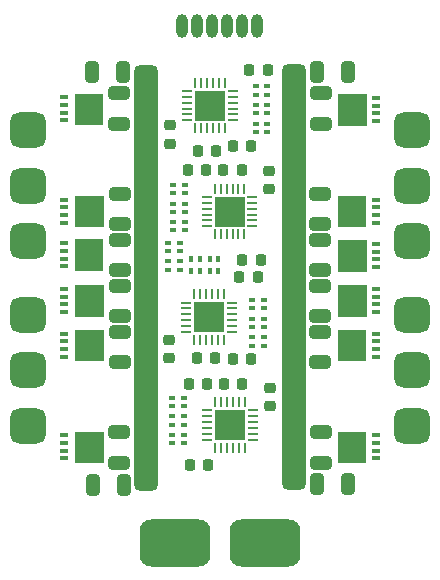
<source format=gbr>
%TF.GenerationSoftware,KiCad,Pcbnew,7.0.2*%
%TF.CreationDate,2023-05-24T20:20:14+03:00*%
%TF.ProjectId,Slimmeri_GD32,536c696d-6d65-4726-995f-474433322e6b,rev?*%
%TF.SameCoordinates,Original*%
%TF.FileFunction,Soldermask,Bot*%
%TF.FilePolarity,Negative*%
%FSLAX46Y46*%
G04 Gerber Fmt 4.6, Leading zero omitted, Abs format (unit mm)*
G04 Created by KiCad (PCBNEW 7.0.2) date 2023-05-24 20:20:14*
%MOMM*%
%LPD*%
G01*
G04 APERTURE LIST*
G04 Aperture macros list*
%AMRoundRect*
0 Rectangle with rounded corners*
0 $1 Rounding radius*
0 $2 $3 $4 $5 $6 $7 $8 $9 X,Y pos of 4 corners*
0 Add a 4 corners polygon primitive as box body*
4,1,4,$2,$3,$4,$5,$6,$7,$8,$9,$2,$3,0*
0 Add four circle primitives for the rounded corners*
1,1,$1+$1,$2,$3*
1,1,$1+$1,$4,$5*
1,1,$1+$1,$6,$7*
1,1,$1+$1,$8,$9*
0 Add four rect primitives between the rounded corners*
20,1,$1+$1,$2,$3,$4,$5,0*
20,1,$1+$1,$4,$5,$6,$7,0*
20,1,$1+$1,$6,$7,$8,$9,0*
20,1,$1+$1,$8,$9,$2,$3,0*%
G04 Aperture macros list end*
%ADD10C,0.010000*%
%ADD11O,1.000000X2.000000*%
%ADD12C,1.000000*%
%ADD13RoundRect,0.750000X-0.750000X0.750000X-0.750000X-0.750000X0.750000X-0.750000X0.750000X0.750000X0*%
%ADD14RoundRect,0.750000X0.750000X-0.750000X0.750000X0.750000X-0.750000X0.750000X-0.750000X-0.750000X0*%
%ADD15RoundRect,1.000000X-2.000000X-1.000000X2.000000X-1.000000X2.000000X1.000000X-2.000000X1.000000X0*%
%ADD16R,0.500000X0.400000*%
%ADD17R,0.400000X0.500000*%
%ADD18RoundRect,0.225000X-0.225000X-0.250000X0.225000X-0.250000X0.225000X0.250000X-0.225000X0.250000X0*%
%ADD19RoundRect,0.250000X0.650000X-0.325000X0.650000X0.325000X-0.650000X0.325000X-0.650000X-0.325000X0*%
%ADD20RoundRect,0.225000X0.225000X0.250000X-0.225000X0.250000X-0.225000X-0.250000X0.225000X-0.250000X0*%
%ADD21R,0.700000X0.420000*%
%ADD22RoundRect,0.225000X0.250000X-0.225000X0.250000X0.225000X-0.250000X0.225000X-0.250000X-0.225000X0*%
%ADD23R,2.600000X2.600000*%
%ADD24RoundRect,0.062500X0.350000X-0.062500X0.350000X0.062500X-0.350000X0.062500X-0.350000X-0.062500X0*%
%ADD25RoundRect,0.062500X0.062500X-0.350000X0.062500X0.350000X-0.062500X0.350000X-0.062500X-0.350000X0*%
%ADD26RoundRect,0.062500X-0.350000X0.062500X-0.350000X-0.062500X0.350000X-0.062500X0.350000X0.062500X0*%
%ADD27RoundRect,0.062500X-0.062500X0.350000X-0.062500X-0.350000X0.062500X-0.350000X0.062500X0.350000X0*%
%ADD28RoundRect,0.250000X-0.325000X-0.650000X0.325000X-0.650000X0.325000X0.650000X-0.325000X0.650000X0*%
%ADD29RoundRect,0.250000X-0.650000X0.325000X-0.650000X-0.325000X0.650000X-0.325000X0.650000X0.325000X0*%
%ADD30RoundRect,0.225000X-0.250000X0.225000X-0.250000X-0.225000X0.250000X-0.225000X0.250000X0.225000X0*%
%ADD31RoundRect,0.434782X0.565218X17.565218X-0.565218X17.565218X-0.565218X-17.565218X0.565218X-17.565218X0*%
%ADD32RoundRect,0.250000X0.325000X0.650000X-0.325000X0.650000X-0.325000X-0.650000X0.325000X-0.650000X0*%
G04 APERTURE END LIST*
%TO.C,Q15*%
D10*
X147787500Y-70635000D02*
X145437500Y-70635000D01*
X145437500Y-70015000D01*
X145887500Y-70015000D01*
X145887500Y-69985000D01*
X145437500Y-69985000D01*
X145437500Y-69365000D01*
X145887500Y-69365000D01*
X145887500Y-69335000D01*
X145437500Y-69335000D01*
X145437500Y-68715000D01*
X145887500Y-68715000D01*
X145887500Y-68685000D01*
X145437500Y-68685000D01*
X145437500Y-68065000D01*
X147787500Y-68065000D01*
X147787500Y-70635000D01*
G36*
X147787500Y-70635000D02*
G01*
X145437500Y-70635000D01*
X145437500Y-70015000D01*
X145887500Y-70015000D01*
X145887500Y-69985000D01*
X145437500Y-69985000D01*
X145437500Y-69365000D01*
X145887500Y-69365000D01*
X145887500Y-69335000D01*
X145437500Y-69335000D01*
X145437500Y-68715000D01*
X145887500Y-68715000D01*
X145887500Y-68685000D01*
X145437500Y-68685000D01*
X145437500Y-68065000D01*
X147787500Y-68065000D01*
X147787500Y-70635000D01*
G37*
%TO.C,Q21*%
X147800000Y-81985000D02*
X145450000Y-81985000D01*
X145450000Y-81365000D01*
X145900000Y-81365000D01*
X145900000Y-81335000D01*
X145450000Y-81335000D01*
X145450000Y-80715000D01*
X145900000Y-80715000D01*
X145900000Y-80685000D01*
X145450000Y-80685000D01*
X145450000Y-80065000D01*
X145900000Y-80065000D01*
X145900000Y-80035000D01*
X145450000Y-80035000D01*
X145450000Y-79415000D01*
X147800000Y-79415000D01*
X147800000Y-81985000D01*
G36*
X147800000Y-81985000D02*
G01*
X145450000Y-81985000D01*
X145450000Y-81365000D01*
X145900000Y-81365000D01*
X145900000Y-81335000D01*
X145450000Y-81335000D01*
X145450000Y-80715000D01*
X145900000Y-80715000D01*
X145900000Y-80685000D01*
X145450000Y-80685000D01*
X145450000Y-80065000D01*
X145900000Y-80065000D01*
X145900000Y-80035000D01*
X145450000Y-80035000D01*
X145450000Y-79415000D01*
X147800000Y-79415000D01*
X147800000Y-81985000D01*
G37*
%TO.C,Q23*%
X147812500Y-78185000D02*
X145462500Y-78185000D01*
X145462500Y-77565000D01*
X145912500Y-77565000D01*
X145912500Y-77535000D01*
X145462500Y-77535000D01*
X145462500Y-76915000D01*
X145912500Y-76915000D01*
X145912500Y-76885000D01*
X145462500Y-76885000D01*
X145462500Y-76265000D01*
X145912500Y-76265000D01*
X145912500Y-76235000D01*
X145462500Y-76235000D01*
X145462500Y-75615000D01*
X147812500Y-75615000D01*
X147812500Y-78185000D01*
G36*
X147812500Y-78185000D02*
G01*
X145462500Y-78185000D01*
X145462500Y-77565000D01*
X145912500Y-77565000D01*
X145912500Y-77535000D01*
X145462500Y-77535000D01*
X145462500Y-76915000D01*
X145912500Y-76915000D01*
X145912500Y-76885000D01*
X145462500Y-76885000D01*
X145462500Y-76265000D01*
X145912500Y-76265000D01*
X145912500Y-76235000D01*
X145462500Y-76235000D01*
X145462500Y-75615000D01*
X147812500Y-75615000D01*
X147812500Y-78185000D01*
G37*
%TO.C,Q13*%
X147812500Y-74385000D02*
X145462500Y-74385000D01*
X145462500Y-73765000D01*
X145912500Y-73765000D01*
X145912500Y-73735000D01*
X145462500Y-73735000D01*
X145462500Y-73115000D01*
X145912500Y-73115000D01*
X145912500Y-73085000D01*
X145462500Y-73085000D01*
X145462500Y-72465000D01*
X145912500Y-72465000D01*
X145912500Y-72435000D01*
X145462500Y-72435000D01*
X145462500Y-71815000D01*
X147812500Y-71815000D01*
X147812500Y-74385000D01*
G36*
X147812500Y-74385000D02*
G01*
X145462500Y-74385000D01*
X145462500Y-73765000D01*
X145912500Y-73765000D01*
X145912500Y-73735000D01*
X145462500Y-73735000D01*
X145462500Y-73115000D01*
X145912500Y-73115000D01*
X145912500Y-73085000D01*
X145462500Y-73085000D01*
X145462500Y-72465000D01*
X145912500Y-72465000D01*
X145912500Y-72435000D01*
X145462500Y-72435000D01*
X145462500Y-71815000D01*
X147812500Y-71815000D01*
X147812500Y-74385000D01*
G37*
%TO.C,Q3*%
X125550000Y-80035000D02*
X125100000Y-80035000D01*
X125100000Y-80065000D01*
X125550000Y-80065000D01*
X125550000Y-80685000D01*
X125100000Y-80685000D01*
X125100000Y-80715000D01*
X125550000Y-80715000D01*
X125550000Y-81335000D01*
X125100000Y-81335000D01*
X125100000Y-81365000D01*
X125550000Y-81365000D01*
X125550000Y-81985000D01*
X123200000Y-81985000D01*
X123200000Y-79415000D01*
X125550000Y-79415000D01*
X125550000Y-80035000D01*
G36*
X125550000Y-80035000D02*
G01*
X125100000Y-80035000D01*
X125100000Y-80065000D01*
X125550000Y-80065000D01*
X125550000Y-80685000D01*
X125100000Y-80685000D01*
X125100000Y-80715000D01*
X125550000Y-80715000D01*
X125550000Y-81335000D01*
X125100000Y-81335000D01*
X125100000Y-81365000D01*
X125550000Y-81365000D01*
X125550000Y-81985000D01*
X123200000Y-81985000D01*
X123200000Y-79415000D01*
X125550000Y-79415000D01*
X125550000Y-80035000D01*
G37*
%TO.C,Q11*%
X125537500Y-72360000D02*
X125087500Y-72360000D01*
X125087500Y-72390000D01*
X125537500Y-72390000D01*
X125537500Y-73010000D01*
X125087500Y-73010000D01*
X125087500Y-73040000D01*
X125537500Y-73040000D01*
X125537500Y-73660000D01*
X125087500Y-73660000D01*
X125087500Y-73690000D01*
X125537500Y-73690000D01*
X125537500Y-74310000D01*
X123187500Y-74310000D01*
X123187500Y-71740000D01*
X125537500Y-71740000D01*
X125537500Y-72360000D01*
G36*
X125537500Y-72360000D02*
G01*
X125087500Y-72360000D01*
X125087500Y-72390000D01*
X125537500Y-72390000D01*
X125537500Y-73010000D01*
X125087500Y-73010000D01*
X125087500Y-73040000D01*
X125537500Y-73040000D01*
X125537500Y-73660000D01*
X125087500Y-73660000D01*
X125087500Y-73690000D01*
X125537500Y-73690000D01*
X125537500Y-74310000D01*
X123187500Y-74310000D01*
X123187500Y-71740000D01*
X125537500Y-71740000D01*
X125537500Y-72360000D01*
G37*
%TO.C,Q9*%
X125550000Y-68685000D02*
X125100000Y-68685000D01*
X125100000Y-68715000D01*
X125550000Y-68715000D01*
X125550000Y-69335000D01*
X125100000Y-69335000D01*
X125100000Y-69365000D01*
X125550000Y-69365000D01*
X125550000Y-69985000D01*
X125100000Y-69985000D01*
X125100000Y-70015000D01*
X125550000Y-70015000D01*
X125550000Y-70635000D01*
X123200000Y-70635000D01*
X123200000Y-68065000D01*
X125550000Y-68065000D01*
X125550000Y-68685000D01*
G36*
X125550000Y-68685000D02*
G01*
X125100000Y-68685000D01*
X125100000Y-68715000D01*
X125550000Y-68715000D01*
X125550000Y-69335000D01*
X125100000Y-69335000D01*
X125100000Y-69365000D01*
X125550000Y-69365000D01*
X125550000Y-69985000D01*
X125100000Y-69985000D01*
X125100000Y-70015000D01*
X125550000Y-70015000D01*
X125550000Y-70635000D01*
X123200000Y-70635000D01*
X123200000Y-68065000D01*
X125550000Y-68065000D01*
X125550000Y-68685000D01*
G37*
%TO.C,Q2*%
X125550000Y-76235000D02*
X125100000Y-76235000D01*
X125100000Y-76265000D01*
X125550000Y-76265000D01*
X125550000Y-76885000D01*
X125100000Y-76885000D01*
X125100000Y-76915000D01*
X125550000Y-76915000D01*
X125550000Y-77535000D01*
X125100000Y-77535000D01*
X125100000Y-77565000D01*
X125550000Y-77565000D01*
X125550000Y-78185000D01*
X123200000Y-78185000D01*
X123200000Y-75615000D01*
X125550000Y-75615000D01*
X125550000Y-76235000D01*
G36*
X125550000Y-76235000D02*
G01*
X125100000Y-76235000D01*
X125100000Y-76265000D01*
X125550000Y-76265000D01*
X125550000Y-76885000D01*
X125100000Y-76885000D01*
X125100000Y-76915000D01*
X125550000Y-76915000D01*
X125550000Y-77535000D01*
X125100000Y-77535000D01*
X125100000Y-77565000D01*
X125550000Y-77565000D01*
X125550000Y-78185000D01*
X123200000Y-78185000D01*
X123200000Y-75615000D01*
X125550000Y-75615000D01*
X125550000Y-76235000D01*
G37*
%TO.C,Q5*%
X125550000Y-88635000D02*
X125100000Y-88635000D01*
X125100000Y-88665000D01*
X125550000Y-88665000D01*
X125550000Y-89285000D01*
X125100000Y-89285000D01*
X125100000Y-89315000D01*
X125550000Y-89315000D01*
X125550000Y-89935000D01*
X125100000Y-89935000D01*
X125100000Y-89965000D01*
X125550000Y-89965000D01*
X125550000Y-90585000D01*
X123200000Y-90585000D01*
X123200000Y-88015000D01*
X125550000Y-88015000D01*
X125550000Y-88635000D01*
G36*
X125550000Y-88635000D02*
G01*
X125100000Y-88635000D01*
X125100000Y-88665000D01*
X125550000Y-88665000D01*
X125550000Y-89285000D01*
X125100000Y-89285000D01*
X125100000Y-89315000D01*
X125550000Y-89315000D01*
X125550000Y-89935000D01*
X125100000Y-89935000D01*
X125100000Y-89965000D01*
X125550000Y-89965000D01*
X125550000Y-90585000D01*
X123200000Y-90585000D01*
X123200000Y-88015000D01*
X125550000Y-88015000D01*
X125550000Y-88635000D01*
G37*
%TO.C,Q19*%
X147787500Y-90585000D02*
X145437500Y-90585000D01*
X145437500Y-89965000D01*
X145887500Y-89965000D01*
X145887500Y-89935000D01*
X145437500Y-89935000D01*
X145437500Y-89315000D01*
X145887500Y-89315000D01*
X145887500Y-89285000D01*
X145437500Y-89285000D01*
X145437500Y-88665000D01*
X145887500Y-88665000D01*
X145887500Y-88635000D01*
X145437500Y-88635000D01*
X145437500Y-88015000D01*
X147787500Y-88015000D01*
X147787500Y-90585000D01*
G36*
X147787500Y-90585000D02*
G01*
X145437500Y-90585000D01*
X145437500Y-89965000D01*
X145887500Y-89965000D01*
X145887500Y-89935000D01*
X145437500Y-89935000D01*
X145437500Y-89315000D01*
X145887500Y-89315000D01*
X145887500Y-89285000D01*
X145437500Y-89285000D01*
X145437500Y-88665000D01*
X145887500Y-88665000D01*
X145887500Y-88635000D01*
X145437500Y-88635000D01*
X145437500Y-88015000D01*
X147787500Y-88015000D01*
X147787500Y-90585000D01*
G37*
%TO.C,Q17*%
X147837500Y-62010000D02*
X145487500Y-62010000D01*
X145487500Y-61390000D01*
X145937500Y-61390000D01*
X145937500Y-61360000D01*
X145487500Y-61360000D01*
X145487500Y-60740000D01*
X145937500Y-60740000D01*
X145937500Y-60710000D01*
X145487500Y-60710000D01*
X145487500Y-60090000D01*
X145937500Y-60090000D01*
X145937500Y-60060000D01*
X145487500Y-60060000D01*
X145487500Y-59440000D01*
X147837500Y-59440000D01*
X147837500Y-62010000D01*
G36*
X147837500Y-62010000D02*
G01*
X145487500Y-62010000D01*
X145487500Y-61390000D01*
X145937500Y-61390000D01*
X145937500Y-61360000D01*
X145487500Y-61360000D01*
X145487500Y-60740000D01*
X145937500Y-60740000D01*
X145937500Y-60710000D01*
X145487500Y-60710000D01*
X145487500Y-60090000D01*
X145937500Y-60090000D01*
X145937500Y-60060000D01*
X145487500Y-60060000D01*
X145487500Y-59440000D01*
X147837500Y-59440000D01*
X147837500Y-62010000D01*
G37*
%TO.C,Q7*%
X125525000Y-60010000D02*
X125075000Y-60010000D01*
X125075000Y-60040000D01*
X125525000Y-60040000D01*
X125525000Y-60660000D01*
X125075000Y-60660000D01*
X125075000Y-60690000D01*
X125525000Y-60690000D01*
X125525000Y-61310000D01*
X125075000Y-61310000D01*
X125075000Y-61340000D01*
X125525000Y-61340000D01*
X125525000Y-61960000D01*
X123175000Y-61960000D01*
X123175000Y-59390000D01*
X125525000Y-59390000D01*
X125525000Y-60010000D01*
G36*
X125525000Y-60010000D02*
G01*
X125075000Y-60010000D01*
X125075000Y-60040000D01*
X125525000Y-60040000D01*
X125525000Y-60660000D01*
X125075000Y-60660000D01*
X125075000Y-60690000D01*
X125525000Y-60690000D01*
X125525000Y-61310000D01*
X125075000Y-61310000D01*
X125075000Y-61340000D01*
X125525000Y-61340000D01*
X125525000Y-61960000D01*
X123175000Y-61960000D01*
X123175000Y-59390000D01*
X125525000Y-59390000D01*
X125525000Y-60010000D01*
G37*
%TD*%
D11*
%TO.C,J13*%
X138590000Y-53637500D03*
X137320000Y-53637500D03*
X136050000Y-53637500D03*
X134780000Y-53637500D03*
X133510000Y-53637500D03*
X132240000Y-53637500D03*
%TD*%
D12*
%TO.C,J7*%
X151000000Y-72650000D03*
X152500000Y-72650000D03*
D13*
X151750000Y-71900000D03*
D12*
X151000000Y-71150000D03*
X152500000Y-71150000D03*
%TD*%
%TO.C,J4*%
X118500000Y-63250000D03*
X120000000Y-63250000D03*
D13*
X119250000Y-62500000D03*
D12*
X118500000Y-61750000D03*
X120000000Y-61750000D03*
%TD*%
%TO.C,J8*%
X151000000Y-67950000D03*
X152500000Y-67950000D03*
D13*
X151750000Y-67200000D03*
D12*
X151000000Y-66450000D03*
X152500000Y-66450000D03*
%TD*%
%TO.C,J12*%
X152500000Y-77350000D03*
X151000000Y-77350000D03*
D14*
X151750000Y-78100000D03*
D12*
X152500000Y-78850000D03*
X151000000Y-78850000D03*
%TD*%
D15*
%TO.C,TP14*%
X139300000Y-97400000D03*
%TD*%
D12*
%TO.C,J5*%
X118500000Y-67950000D03*
X120000000Y-67950000D03*
D13*
X119250000Y-67200000D03*
D12*
X118500000Y-66450000D03*
X120000000Y-66450000D03*
%TD*%
%TO.C,J9*%
X151000000Y-63250000D03*
X152500000Y-63250000D03*
D13*
X151750000Y-62500000D03*
D12*
X151000000Y-61750000D03*
X152500000Y-61750000D03*
%TD*%
D16*
%TO.C,RN16*%
X131100000Y-73600000D03*
X131100000Y-74300000D03*
X132100000Y-74300000D03*
X132100000Y-73600000D03*
%TD*%
D12*
%TO.C,J11*%
X152500000Y-82050000D03*
X151000000Y-82050000D03*
D14*
X151750000Y-82800000D03*
D12*
X152500000Y-83550000D03*
X151000000Y-83550000D03*
%TD*%
D16*
%TO.C,RN15*%
X131100000Y-72000000D03*
X131100000Y-72700000D03*
X132100000Y-72700000D03*
X132100000Y-72000000D03*
%TD*%
D17*
%TO.C,RN13*%
X134650000Y-74425000D03*
X135350000Y-74425000D03*
X135350000Y-73425000D03*
X134650000Y-73425000D03*
%TD*%
%TO.C,RN12*%
X133075000Y-74425000D03*
X133775000Y-74425000D03*
X133775000Y-73425000D03*
X133075000Y-73425000D03*
%TD*%
D15*
%TO.C,TP13*%
X131700000Y-97400000D03*
%TD*%
D12*
%TO.C,J1*%
X120000000Y-77350000D03*
X118500000Y-77350000D03*
D14*
X119250000Y-78100000D03*
D12*
X120000000Y-78850000D03*
X118500000Y-78850000D03*
%TD*%
%TO.C,J10*%
X152500000Y-86750000D03*
X151000000Y-86750000D03*
D14*
X151750000Y-87500000D03*
D12*
X152500000Y-88250000D03*
X151000000Y-88250000D03*
%TD*%
D16*
%TO.C,RN17*%
X138500000Y-61925000D03*
X138500000Y-62625000D03*
X139500000Y-62625000D03*
X139500000Y-61925000D03*
%TD*%
D12*
%TO.C,J2*%
X120000000Y-82050000D03*
X118500000Y-82050000D03*
D14*
X119250000Y-82800000D03*
D12*
X120000000Y-83550000D03*
X118500000Y-83550000D03*
%TD*%
%TO.C,J6*%
X118500000Y-72650000D03*
X120000000Y-72650000D03*
D13*
X119250000Y-71900000D03*
D12*
X118500000Y-71150000D03*
X120000000Y-71150000D03*
%TD*%
%TO.C,J3*%
X120000000Y-86750000D03*
X118500000Y-86750000D03*
D14*
X119250000Y-87500000D03*
D12*
X120000000Y-88250000D03*
X118500000Y-88250000D03*
%TD*%
D18*
%TO.C,C12*%
X137325000Y-65875000D03*
X135775000Y-65875000D03*
%TD*%
D19*
%TO.C,C45*%
X143975000Y-75650000D03*
X143975000Y-78250000D03*
%TD*%
D16*
%TO.C,RN11*%
X132525000Y-70975000D03*
X132525000Y-70275000D03*
X131525000Y-70275000D03*
X131525000Y-70975000D03*
%TD*%
D20*
%TO.C,C11*%
X132950000Y-90825000D03*
X134500000Y-90825000D03*
%TD*%
D21*
%TO.C,Q15*%
X148687500Y-70325000D03*
X148687500Y-69675000D03*
X148687500Y-69025000D03*
X148687500Y-68375000D03*
%TD*%
D22*
%TO.C,C26*%
X131199503Y-80250000D03*
X131199503Y-81800000D03*
%TD*%
D20*
%TO.C,C21*%
X136600000Y-63825000D03*
X138150000Y-63825000D03*
%TD*%
D23*
%TO.C,U2*%
X136350000Y-87450000D03*
D24*
X138287500Y-88700000D03*
X138287500Y-88200000D03*
X138287500Y-87700000D03*
X138287500Y-87200000D03*
X138287500Y-86700000D03*
X138287500Y-86200000D03*
D25*
X137600000Y-85512500D03*
X137100000Y-85512500D03*
X136600000Y-85512500D03*
X136100000Y-85512500D03*
X135600000Y-85512500D03*
X135100000Y-85512500D03*
D24*
X134412500Y-86200000D03*
X134412500Y-86700000D03*
X134412500Y-87200000D03*
X134412500Y-87700000D03*
X134412500Y-88200000D03*
X134412500Y-88700000D03*
D25*
X135100000Y-89387500D03*
X135600000Y-89387500D03*
X136100000Y-89387500D03*
X136600000Y-89387500D03*
X137100000Y-89387500D03*
X137600000Y-89387500D03*
%TD*%
D23*
%TO.C,U8*%
X134550000Y-78325000D03*
D26*
X132612500Y-77075000D03*
X132612500Y-77575000D03*
X132612500Y-78075000D03*
X132612500Y-78575000D03*
X132612500Y-79075000D03*
X132612500Y-79575000D03*
D27*
X133300000Y-80262500D03*
X133800000Y-80262500D03*
X134300000Y-80262500D03*
X134800000Y-80262500D03*
X135300000Y-80262500D03*
X135800000Y-80262500D03*
D26*
X136487500Y-79575000D03*
X136487500Y-79075000D03*
X136487500Y-78575000D03*
X136487500Y-78075000D03*
X136487500Y-77575000D03*
X136487500Y-77075000D03*
D27*
X135800000Y-76387500D03*
X135300000Y-76387500D03*
X134800000Y-76387500D03*
X134300000Y-76387500D03*
X133800000Y-76387500D03*
X133300000Y-76387500D03*
%TD*%
D16*
%TO.C,RN3*%
X132450000Y-89000000D03*
X132450000Y-88300000D03*
X131450000Y-88300000D03*
X131450000Y-89000000D03*
%TD*%
D20*
%TO.C,C28*%
X136549503Y-81900000D03*
X138099503Y-81900000D03*
%TD*%
D21*
%TO.C,Q21*%
X148700000Y-81675000D03*
X148700000Y-81025000D03*
X148700000Y-80375000D03*
X148700000Y-79725000D03*
%TD*%
%TO.C,Q23*%
X148712500Y-77875000D03*
X148712500Y-77225000D03*
X148712500Y-76575000D03*
X148712500Y-75925000D03*
%TD*%
D28*
%TO.C,C37*%
X127250000Y-57550000D03*
X124650000Y-57550000D03*
%TD*%
%TO.C,C67*%
X127375000Y-92525000D03*
X124775000Y-92525000D03*
%TD*%
D21*
%TO.C,Q13*%
X148712500Y-74075000D03*
X148712500Y-73425000D03*
X148712500Y-72775000D03*
X148712500Y-72125000D03*
%TD*%
%TO.C,Q3*%
X122300000Y-79725000D03*
X122300000Y-80375000D03*
X122300000Y-81025000D03*
X122300000Y-81675000D03*
%TD*%
D18*
%TO.C,C24*%
X138675000Y-74950000D03*
X137125000Y-74950000D03*
%TD*%
D29*
%TO.C,C65*%
X126900000Y-90625000D03*
X126900000Y-88025000D03*
%TD*%
%TO.C,C61*%
X127025000Y-74350000D03*
X127025000Y-71750000D03*
%TD*%
D19*
%TO.C,C69*%
X144050000Y-59350000D03*
X144050000Y-61950000D03*
%TD*%
D21*
%TO.C,Q11*%
X122287500Y-72050000D03*
X122287500Y-72700000D03*
X122287500Y-73350000D03*
X122287500Y-74000000D03*
%TD*%
D29*
%TO.C,C60*%
X127025000Y-82150000D03*
X127025000Y-79550000D03*
%TD*%
%TO.C,C54*%
X144075000Y-90625000D03*
X144075000Y-88025000D03*
%TD*%
D21*
%TO.C,Q9*%
X122300000Y-68375000D03*
X122300000Y-69025000D03*
X122300000Y-69675000D03*
X122300000Y-70325000D03*
%TD*%
D30*
%TO.C,C3*%
X139700000Y-85825000D03*
X139700000Y-84275000D03*
%TD*%
D20*
%TO.C,C20*%
X133625000Y-64275000D03*
X135175000Y-64275000D03*
%TD*%
D16*
%TO.C,RN25*%
X138174503Y-80025000D03*
X138174503Y-80725000D03*
X139174503Y-80725000D03*
X139174503Y-80025000D03*
%TD*%
D31*
%TO.C,TP10*%
X129250000Y-75000000D03*
%TD*%
D16*
%TO.C,RN10*%
X132525000Y-69400000D03*
X132525000Y-68700000D03*
X131525000Y-68700000D03*
X131525000Y-69400000D03*
%TD*%
D18*
%TO.C,C2*%
X137375000Y-84000000D03*
X135825000Y-84000000D03*
%TD*%
D19*
%TO.C,C62*%
X127025000Y-67850000D03*
X127025000Y-70450000D03*
%TD*%
D18*
%TO.C,C10*%
X134400000Y-83975000D03*
X132850000Y-83975000D03*
%TD*%
D21*
%TO.C,Q2*%
X122300000Y-75925000D03*
X122300000Y-76575000D03*
X122300000Y-77225000D03*
X122300000Y-77875000D03*
%TD*%
D16*
%TO.C,RN9*%
X132525000Y-67825000D03*
X132525000Y-67125000D03*
X131525000Y-67125000D03*
X131525000Y-67825000D03*
%TD*%
D21*
%TO.C,Q5*%
X122300000Y-88325000D03*
X122300000Y-88975000D03*
X122300000Y-89625000D03*
X122300000Y-90275000D03*
%TD*%
D22*
%TO.C,C19*%
X131250000Y-62075000D03*
X131250000Y-63625000D03*
%TD*%
D30*
%TO.C,C9*%
X139650000Y-67475000D03*
X139650000Y-65925000D03*
%TD*%
D20*
%TO.C,C27*%
X133549503Y-81775000D03*
X135099503Y-81775000D03*
%TD*%
D19*
%TO.C,C39*%
X126925000Y-59375000D03*
X126925000Y-61975000D03*
%TD*%
D18*
%TO.C,C14*%
X134325000Y-65875000D03*
X132775000Y-65875000D03*
%TD*%
%TO.C,C7*%
X138925000Y-73475000D03*
X137375000Y-73475000D03*
%TD*%
D16*
%TO.C,RN18*%
X138500000Y-60350000D03*
X138500000Y-61050000D03*
X139500000Y-61050000D03*
X139500000Y-60350000D03*
%TD*%
D19*
%TO.C,C59*%
X127025000Y-75650000D03*
X127025000Y-78250000D03*
%TD*%
D16*
%TO.C,RN2*%
X132450000Y-87425000D03*
X132450000Y-86725000D03*
X131450000Y-86725000D03*
X131450000Y-87425000D03*
%TD*%
%TO.C,RN27*%
X138174503Y-76875000D03*
X138174503Y-77575000D03*
X139174503Y-77575000D03*
X139174503Y-76875000D03*
%TD*%
D31*
%TO.C,TP9*%
X141750000Y-74950000D03*
%TD*%
D16*
%TO.C,RN26*%
X138174503Y-78450000D03*
X138174503Y-79150000D03*
X139174503Y-79150000D03*
X139174503Y-78450000D03*
%TD*%
D32*
%TO.C,C70*%
X143725000Y-57600000D03*
X146325000Y-57600000D03*
%TD*%
D23*
%TO.C,U6*%
X134625000Y-60400000D03*
D26*
X132687500Y-59150000D03*
X132687500Y-59650000D03*
X132687500Y-60150000D03*
X132687500Y-60650000D03*
X132687500Y-61150000D03*
X132687500Y-61650000D03*
D27*
X133375000Y-62337500D03*
X133875000Y-62337500D03*
X134375000Y-62337500D03*
X134875000Y-62337500D03*
X135375000Y-62337500D03*
X135875000Y-62337500D03*
D26*
X136562500Y-61650000D03*
X136562500Y-61150000D03*
X136562500Y-60650000D03*
X136562500Y-60150000D03*
X136562500Y-59650000D03*
X136562500Y-59150000D03*
D27*
X135875000Y-58462500D03*
X135375000Y-58462500D03*
X134875000Y-58462500D03*
X134375000Y-58462500D03*
X133875000Y-58462500D03*
X133375000Y-58462500D03*
%TD*%
D21*
%TO.C,Q19*%
X148687500Y-90275000D03*
X148687500Y-89625000D03*
X148687500Y-88975000D03*
X148687500Y-88325000D03*
%TD*%
D16*
%TO.C,RN1*%
X132450000Y-85850000D03*
X132450000Y-85150000D03*
X131450000Y-85150000D03*
X131450000Y-85850000D03*
%TD*%
%TO.C,RN19*%
X138500000Y-58775000D03*
X138500000Y-59475000D03*
X139500000Y-59475000D03*
X139500000Y-58775000D03*
%TD*%
D21*
%TO.C,Q17*%
X148737500Y-61700000D03*
X148737500Y-61050000D03*
X148737500Y-60400000D03*
X148737500Y-59750000D03*
%TD*%
D19*
%TO.C,C47*%
X143975000Y-67850000D03*
X143975000Y-70450000D03*
%TD*%
D32*
%TO.C,C66*%
X143700000Y-92450000D03*
X146300000Y-92450000D03*
%TD*%
D23*
%TO.C,U4*%
X136300000Y-69375000D03*
D24*
X138237500Y-70625000D03*
X138237500Y-70125000D03*
X138237500Y-69625000D03*
X138237500Y-69125000D03*
X138237500Y-68625000D03*
X138237500Y-68125000D03*
D25*
X137550000Y-67437500D03*
X137050000Y-67437500D03*
X136550000Y-67437500D03*
X136050000Y-67437500D03*
X135550000Y-67437500D03*
X135050000Y-67437500D03*
D24*
X134362500Y-68125000D03*
X134362500Y-68625000D03*
X134362500Y-69125000D03*
X134362500Y-69625000D03*
X134362500Y-70125000D03*
X134362500Y-70625000D03*
D25*
X135050000Y-71312500D03*
X135550000Y-71312500D03*
X136050000Y-71312500D03*
X136550000Y-71312500D03*
X137050000Y-71312500D03*
X137550000Y-71312500D03*
%TD*%
D29*
%TO.C,C46*%
X143975000Y-74350000D03*
X143975000Y-71750000D03*
%TD*%
D18*
%TO.C,C17*%
X139525000Y-57425000D03*
X137975000Y-57425000D03*
%TD*%
D29*
%TO.C,C44*%
X143975000Y-82150000D03*
X143975000Y-79550000D03*
%TD*%
D21*
%TO.C,Q7*%
X122275000Y-59700000D03*
X122275000Y-60350000D03*
X122275000Y-61000000D03*
X122275000Y-61650000D03*
%TD*%
M02*

</source>
